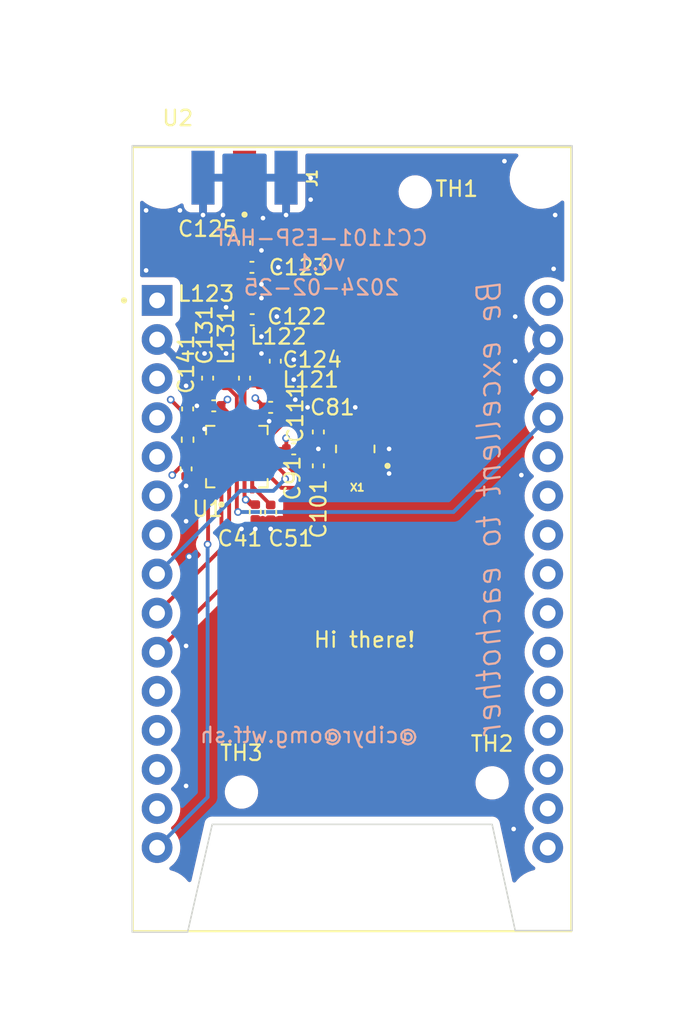
<source format=kicad_pcb>
(kicad_pcb (version 20211014) (generator pcbnew)
  (layers (0 "F.Cu" signal) (1 "In1.Cu" signal) (2 "In2.Cu" signal) (31 "B.Cu" signal) (34 "B.Paste" user) (35 "F.Paste" user) (36 "B.SilkS" user "B.Silkscreen") (37 "F.SilkS" user "F.Silkscreen") (38 "B.Mask" user) (39 "F.Mask" user) (44 "Edge.Cuts" user))
  (net 0 "")
  (net 1 "VDD")
  (net 2 "GND")
  (net 3 "Net-(C51-Pad2)")
  (net 4 "Net-(U1-Pad10)")
  (net 5 "Net-(U1-Pad12)")
  (net 6 "Net-(L131-Pad2)")
  (net 7 "Net-(L122-Pad2)")
  (net 8 "Net-(L123-Pad2)")
  (net 9 "Net-(L121-Pad2)")
  (net 10 "Net-(C125-Pad2)")
  (net 11 "Net-(U1-Pad13)")
  (net 12 "Net-(U1-Pad17)")
  (net 13 "/GDO0")
  (net 14 "/CSN")
  (net 15 "/MOSI")
  (net 16 "/SCK")
  (net 17 "/MISO")
  (net 18 "/GDO2")
  (net 40 "Net-(U1-Pad8)")
  (net 41 "unconnected-(X1-Pad2)")
  (footprint "Capacitor_SMD:C_0402_1005Metric" (layer "F.Cu") (at 123.1 95.6)
    (fp_text reference "C91" (at -0.08 1.9 90) (layer "F.SilkS"))
    (fp_text value "10 nF")
    (fp_line (start -0.107836 0.36) (end 0.107836 0.36) (layer "F.SilkS") (width 0.12))
    (fp_line (start -0.107836 -0.36) (end 0.107836 -0.36) (layer "F.SilkS") (width 0.12))
    (pad "1" smd roundrect (at -0.48 0) (size 0.56 0.62) (layers "F.Cu" "F.Paste" "F.Mask") (net 1 "VDD"))
    (pad "2" smd roundrect (at 0.48 0) (size 0.56 0.62) (layers "F.Cu" "F.Paste" "F.Mask") (net 2 "GND"))
  )
  (footprint "Inductor_SMD:L_0402_1005Metric" (layer "F.Cu") (at 119.9 88.9 90)
    (fp_text reference "L122" (at 0.6 2.2 180) (layer "F.SilkS"))
    (fp_text value "18 nH")
    (pad "1" smd roundrect (at -0.485 0 90) (size 0.59 0.64) (layers "F.Cu" "F.Paste" "F.Mask") (net 6 "Net-(L131-Pad2)"))
    (pad "2" smd roundrect (at 0.485 0 90) (size 0.59 0.64) (layers "F.Cu" "F.Paste" "F.Mask") (net 7 "Net-(L122-Pad2)"))
  )
  (footprint "Capacitor_SMD:C_0402_1005Metric" (layer "F.Cu") (at 120.38 83.8)
    (fp_text reference "C123" (at 3.02 0) (layer "F.SilkS"))
    (fp_text value "6.8 pF")
    (fp_line (start -0.107836 -0.36) (end 0.107836 -0.36) (layer "F.SilkS") (width 0.12))
    (fp_line (start -0.107836 0.36) (end 0.107836 0.36) (layer "F.SilkS") (width 0.12))
    (pad "1" smd roundrect (at -0.48 0) (size 0.56 0.62) (layers "F.Cu" "F.Paste" "F.Mask") (net 8 "Net-(L123-Pad2)"))
    (pad "2" smd roundrect (at 0.48 0) (size 0.56 0.62) (layers "F.Cu" "F.Paste" "F.Mask") (net 2 "GND"))
  )
  (footprint "Capacitor_SMD:C_0402_1005Metric" (layer "F.Cu") (at 117.5 91 -90)
    (fp_text reference "C131" (at -2.8 0.2 90) (layer "F.SilkS"))
    (fp_text value "6.8 pF")
    (fp_line (start -0.107836 0.36) (end 0.107836 0.36) (layer "F.SilkS") (width 0.12))
    (fp_line (start -0.107836 -0.36) (end 0.107836 -0.36) (layer "F.SilkS") (width 0.12))
    (pad "1" smd roundrect (at -0.48 0 270) (size 0.56 0.62) (layers "F.Cu" "F.Paste" "F.Mask") (net 2 "GND"))
    (pad "2" smd roundrect (at 0.48 0 270) (size 0.56 0.62) (layers "F.Cu" "F.Paste" "F.Mask") (net 11 "Net-(U1-Pad13)"))
  )
  (footprint "footprints:JLCPCB tooling hole" (layer "F.Cu") (at 136 117.3)
    (fp_text reference "TH2" (at 0 -2.54 unlocked) (layer "F.SilkS"))
    (fp_text value "JLCPCB tooling hole")
    (pad "" np_thru_hole circle (at 0 0) (size 1.152 1.152) (drill 1.152) (layers F&B.Cu *.Mask))
  )
  (footprint "pfootprints:MODULE_ESP32_DEVKIT_V1" (layer "F.Cu") (at 126.915 101.465)
    (fp_text reference "U2" (at -11.355 -27.36) (layer "F.SilkS"))
    (fp_text value "ESP32-DEVKIT-V1")
    (fp_line (start 3.5 -25.475) (end 14.23 -25.475) (layer "F.SilkS") (width 0.127))
    (fp_line (start -14.28 -25.475) (end -3.211 -25.475) (layer "F.SilkS") (width 0.127))
    (fp_line (start -14.28 25.475) (end -8.91 25.475) (layer "F.SilkS") (width 0.127))
    (fp_line (start 14.23 -25.475) (end 14.23 25.475) (layer "F.SilkS") (width 0.127))
    (fp_line (start 14.23 -25.475) (end 14.23 25.475) (layer "F.SilkS") (width 0.127))
    (fp_line (start 14.23 25.475) (end -14.28 25.475) (layer "F.SilkS") (width 0.127))
    (fp_line (start -14.28 -25.475) (end 14.23 -25.475) (layer "F.SilkS") (width 0.127))
    (fp_line (start 8.78 25.475) (end 14.23 25.475) (layer "F.SilkS") (width 0.127))
    (fp_line (start -14.28 25.475) (end -14.28 -25.475) (layer "F.SilkS") (width 0.127))
    (fp_line (start -3.211 -25.475) (end 3.5 -25.475) (layer "F.SilkS") (width 0.127))
    (fp_line (start -14.28 25.475) (end -14.28 -25.475) (layer "F.SilkS") (width 0.127))
    (fp_line (start -8.91 25.475) (end 8.78 25.475) (layer "F.SilkS") (width 0.127))
    (fp_circle (center -14.85 -15.515) (end -14.75 -15.515) (layer "F.SilkS") (width 0.2) (fill none))
    (pad "" np_thru_hole circle locked (at -12.28 -23.475) (size 3 3) (drill 3) (layers *.Cu *.Mask))
    (pad "" np_thru_hole circle locked (at 12.23 23.475) (size 3 3) (drill 3) (layers *.Cu *.Mask))
    (pad "" np_thru_hole circle locked (at -12.28 23.475) (size 3 3) (drill 3) (layers *.Cu *.Mask))
    (pad "" np_thru_hole circle locked (at 12.23 -23.475) (size 3 3) (drill 3) (layers *.Cu *.Mask))
    (pad "1" thru_hole rect locked (at -12.7 -15.515) (size 2 2) (drill 1.02) (layers *.Cu *.Mask) (net 1 "VDD"))
    (pad "2" thru_hole circle locked (at -12.7 -12.975) (size 2 2) (drill 1.02) (layers *.Cu *.Mask) (net 2 "GND"))
    (pad "3" thru_hole circle locked (at -12.7 -10.435) (size 2 2) (drill 1.02) (layers *.Cu *.Mask))
    (pad "4" thru_hole circle locked (at -12.7 -7.895) (size 2 2) (drill 1.02) (layers *.Cu *.Mask))
    (pad "5" thru_hole circle locked (at -12.7 -5.355) (size 2 2) (drill 1.02) (layers *.Cu *.Mask))
    (pad "6" thru_hole circle locked (at -12.7 -2.815) (size 2 2) (drill 1.02) (layers *.Cu *.Mask))
    (pad "7" thru_hole circle locked (at -12.7 -0.275) (size 2 2) (drill 1.02) (layers *.Cu *.Mask))
    (pad "8" thru_hole circle locked (at -12.7 2.265) (size 2 2) (drill 1.02) (layers *.Cu *.Mask) (net 14 "/CSN"))
    (pad "9" thru_hole circle locked (at -12.7 4.805) (size 2 2) (drill 1.02) (layers *.Cu *.Mask) (net 16 "/SCK"))
    (pad "10" thru_hole circle locked (at -12.7 7.345) (size 2 2) (drill 1.02) (layers *.Cu *.Mask) (net 17 "/MISO"))
    (pad "11" thru_hole circle locked (at -12.7 9.885) (size 2 2) (drill 1.02) (layers *.Cu *.Mask))
    (pad "12" thru_hole circle locked (at -12.7 12.425) (size 2 2) (drill 1.02) (layers *.Cu *.Mask))
    (pad "13" thru_hole circle locked (at -12.7 14.965) (size 2 2) (drill 1.02) (layers *.Cu *.Mask))
    (pad "14" thru_hole circle locked (at -12.7 17.505) (size 2 2) (drill 1.02) (layers *.Cu *.Mask))
    (pad "15" thru_hole circle locked (at -12.7 20.045) (size 2 2) (drill 1.02) (layers *.Cu *.Mask) (net 15 "/MOSI"))
    (pad "16" thru_hole circle locked (at 12.7 20.045) (size 2 2) (drill 1.02) (layers *.Cu *.Mask))
    (pad "17" thru_hole circle locked (at 12.7 17.505) (size 2 2) (drill 1.02) (layers *.Cu *.Mask))
    (pad "18" thru_hole circle locked (at 12.7 14.965) (size 2 2) (drill 1.02) (layers *.Cu *.Mask))
    (pad "19" thru_hole circle locked (at 12.7 12.425) (size 2 2) (drill 1.02) (layers *.Cu *.Mask))
    (pad "20" thru_hole circle locked (at 12.7 9.885) (size 2 2) (drill 1.02) (layers *.Cu *.Mask))
    (pad "21" thru_hole circle locked (at 12.7 7.345) (size 2 2) (drill 1.02) (layers *.Cu *.Mask))
    (pad "22" thru_hole circle locked (at 12.7 4.805) (size 2 2) (drill 1.02) (layers *.Cu *.Mask))
    (pad "23" thru_hole circle locked (at 12.7 2.265) (size 2 2) (drill 1.02) (layers *.Cu *.Mask))
    (pad "24" thru_hole circle locked (at 12.7 -0.275) (size 2 2) (drill 1.02) (layers *.Cu *.Mask))
    (pad "25" thru_hole circle locked (at 12.7 -2.815) (size 2 2) (drill 1.02) (layers *.Cu *.Mask))
    (pad "26" thru_hole circle locked (at 12.7 -5.355) (size 2 2) (drill 1.02) (layers *.Cu *.Mask))
    (pad "27" thru_hole circle locked (at 12.7 -7.895) (size 2 2) (drill 1.02) (layers *.Cu *.Mask) (net 18 "/GDO2"))
    (pad "28" thru_hole circle locked (at 12.7 -10.435) (size 2 2) (drill 1.02) (layers *.Cu *.Mask) (net 13 "/GDO0"))
    (pad "29" thru_hole circle locked (at 12.7 -12.975) (size 2 2) (drill 1.02) (layers *.Cu *.Mask) (net 2 "GND"))
    (pad "30" thru_hole circle locked (at 12.7 -15.515) (size 2 2) (drill 1.02) (layers *.Cu *.Mask))
    (zone (net 0) (net_name "") (layer "F.Cu") (connect_pads (clearance 0)) (min_thickness 0.01)
      (keepout (tracks not_allowed) (vias not_allowed) (pads not_allowed) (copperpour not_allowed) (footprints allowed))
      (fill (thermal_gap 0.508) (thermal_bridge_width 0.508))
      (polygon (pts (xy 118.005 120.45) (xy 135.695 120.45) (xy 135.695 126.94) (xy 118.005 126.94)))
    )
    (zone (net 0) (net_name "") (layer "B.Cu") (connect_pads (clearance 0)) (min_thickness 0.01)
      (keepout (tracks not_allowed) (vias not_allowed) (pads not_allowed) (copperpour not_allowed) (footprints allowed))
      (fill (thermal_gap 0.508) (thermal_bridge_width 0.508))
      (polygon (pts (xy 118.005 120.45) (xy 135.695 120.45) (xy 135.695 126.94) (xy 118.005 126.94)))
    )
  )
  (footprint "Resistor_SMD:R_0402_1005Metric" (layer "F.Cu") (at 116.2 95 -90)
    (fp_text reference "R171" hide)
    (fp_text value "58 kOhm")
    (fp_line (start -0.153641 -0.38) (end 0.153641 -0.38) (layer "F.SilkS") (width 0.12))
    (fp_line (start -0.153641 0.38) (end 0.153641 0.38) (layer "F.SilkS") (width 0.12))
    (pad "1" smd roundrect (at -0.51 0 270) (size 0.54 0.64) (layers "F.Cu" "F.Paste" "F.Mask") (net 2 "GND"))
    (pad "2" smd roundrect (at 0.51 0 270) (size 0.54 0.64) (layers "F.Cu" "F.Paste" "F.Mask") (net 12 "Net-(U1-Pad17)"))
  )
  (footprint "Capacitor_SMD:C_0402_1005Metric" (layer "F.Cu") (at 121.9 89.9 90)
    (fp_text reference "C124" (at 0.1 2.4 180) (layer "F.SilkS"))
    (fp_text value "220 pF")
    (fp_line (start -0.107836 -0.36) (end 0.107836 -0.36) (layer "F.SilkS") (width 0.12))
    (fp_line (start -0.107836 0.36) (end 0.107836 0.36) (layer "F.SilkS") (width 0.12))
    (pad "1" smd roundrect (at -0.48 0 90) (size 0.56 0.62) (layers "F.Cu" "F.Paste" "F.Mask") (net 9 "Net-(L121-Pad2)"))
    (pad "2" smd roundrect (at 0.48 0 90) (size 0.56 0.62) (layers "F.Cu" "F.Paste" "F.Mask") (net 2 "GND"))
  )
  (footprint "Capacitor_SMD:C_0402_1005Metric" (layer "F.Cu") (at 121.6 92.9)
    (fp_text reference "C111" (at 1.6 0.4 270) (layer "F.SilkS"))
    (fp_text value "220 pF")
    (fp_line (start -0.107836 -0.36) (end 0.107836 -0.36) (layer "F.SilkS") (width 0.12))
    (fp_line (start -0.107836 0.36) (end 0.107836 0.36) (layer "F.SilkS") (width 0.12))
    (pad "1" smd roundrect (at -0.48 0) (size 0.56 0.62) (layers "F.Cu" "F.Paste" "F.Mask") (net 1 "VDD"))
    (pad "2" smd roundrect (at 0.48 0) (size 0.56 0.62) (layers "F.Cu" "F.Paste" "F.Mask") (net 2 "GND"))
  )
  (footprint "footprints:OSCCC320X250X90N" (layer "F.Cu") (at 127.1 95.6 180)
    (fp_text reference "X1" (at -0.131 -2.5098) (layer "F.SilkS") (effects (font (size 0.48 0.48))))
    (fp_text value "NX3225GA-26MHZ-TI")
    (fp_line (start 1.25 -0.225) (end 1.25 0.225) (layer "F.SilkS") (width 0.127))
    (fp_line (start -1.25 -0.225) (end -1.25 0.225) (layer "F.SilkS") (width 0.127))
    (fp_circle (center -2.1 -1.1) (end -2 -1.1) (layer "F.SilkS") (width 0.2) (fill none))
    (pad "1" smd rect locked (at -0.85 -1.15 180) (size 1.11 1.21) (layers "F.Cu" "F.Paste" "F.Mask") (net 40 "Net-(U1-Pad8)"))
    (pad "2" smd rect locked (at -0.85 1.15 180) (size 1.11 1.21) (layers "F.Cu" "F.Paste" "F.Mask") (net 41 "unconnected-(X1-Pad2)"))
    (pad "3" smd rect locked (at 0.85 1.15 180) (size 1.11 1.21) (layers "F.Cu" "F.Paste" "F.Mask") (net 4 "Net-(U1-Pad10)"))
    (pad "4" smd rect locked (at 0.85 -1.15 180) (size 1.11 1.21) (layers "F.Cu" "F.Paste" "F.Mask") (net 41 "unconnected-(X1-Pad2)"))
  )
  (footprint "Capacitor_SMD:C_0402_1005Metric" (layer "F.Cu") (at 116.2 93 90)
    (fp_text reference "C141" (at 2.9 -0.1 90) (layer "F.SilkS"))
    (fp_text value "10 nF")
    (fp_line (start -0.107836 -0.36) (end 0.107836 -0.36) (layer "F.SilkS") (width 0.12))
    (fp_line (start -0.107836 0.36) (end 0.107836 0.36) (layer "F.SilkS") (width 0.12))
    (pad "1" smd roundrect (at -0.48 0 90) (size 0.56 0.62) (layers "F.Cu" "F.Paste" "F.Mask") (net 1 "VDD"))
    (pad "2" smd roundrect (at 0.48 0 90) (size 0.56 0.62) (layers "F.Cu" "F.Paste" "F.Mask") (net 2 "GND"))
  )
  (footprint "Capacitor_SMD:C_0402_1005Metric" (layer "F.Cu") (at 121.6 99.72 90)
    (fp_text reference "C51" (at -1.7 1.3 180) (layer "F.SilkS"))
    (fp_text value "100 nF")
    (fp_line (start -0.107836 -0.36) (end 0.107836 -0.36) (layer "F.SilkS") (width 0.12))
    (fp_line (start -0.107836 0.36) (end 0.107836 0.36) (layer "F.SilkS") (width 0.12))
    (pad "1" smd roundrect (at -0.48 0 90) (size 0.56 0.62) (layers "F.Cu" "F.Paste" "F.Mask") (net 2 "GND"))
    (pad "2" smd roundrect (at 0.48 0 90) (size 0.56 0.62) (layers "F.Cu" "F.Paste" "F.Mask") (net 3 "Net-(C51-Pad2)"))
  )
  (footprint "Inductor_SMD:L_0402_1005Metric" (layer "F.Cu") (at 121.4 91.4)
    (fp_text reference "L121" (at 2.8 -0.3) (layer "F.SilkS"))
    (fp_text value "33 nH")
    (pad "1" smd roundrect (at -0.485 0) (size 0.59 0.64) (layers "F.Cu" "F.Paste" "F.Mask") (net 5 "Net-(U1-Pad12)"))
    (pad "2" smd roundrect (at 0.485 0) (size 0.59 0.64) (layers "F.Cu" "F.Paste" "F.Mask") (net 9 "Net-(L121-Pad2)"))
  )
  (footprint "Capacitor_SMD:C_0402_1005Metric" (layer "F.Cu") (at 124.7 96.7 90)
    (fp_text reference "C101" (at -2.8 0.01 90) (layer "F.SilkS"))
    (fp_text value "27 pF")
    (fp_line (start -0.107836 -0.36) (end 0.107836 -0.36) (layer "F.SilkS") (width 0.12))
    (fp_line (start -0.107836 0.36) (end 0.107836 0.36) (layer "F.SilkS") (width 0.12))
    (pad "1" smd roundrect (at -0.48 0 90) (size 0.56 0.62) (layers "F.Cu" "F.Paste" "F.Mask") (net 40 "Net-(U1-Pad8)"))
    (pad "2" smd roundrect (at 0.48 0 90) (size 0.56 0.62) (layers "F.Cu" "F.Paste" "F.Mask") (net 2 "GND"))
  )
  (footprint "footprints:JLCPCB tooling hole" (layer "F.Cu") (at 119.7 117.9)
    (fp_text reference "TH3" (at 0 -2.54 unlocked) (layer "F.SilkS"))
    (fp_text value "JLCPCB tooling hole")
    (pad "" np_thru_hole circle (at 0 0) (size 1.152 1.152) (drill 1.152) (layers F&B.Cu *.Mask))
  )
  (footprint "Capacitor_SMD:C_0402_1005Metric" (layer "F.Cu") (at 119.9 82.2 90)
    (fp_text reference "C125" (at 0.9 -2.4 180) (layer "F.SilkS"))
    (fp_text value "220 pF")
    (fp_line (start -0.107836 0.36) (end 0.107836 0.36) (layer "F.SilkS") (width 0.12))
    (fp_line (start -0.107836 -0.36) (end 0.107836 -0.36) (layer "F.SilkS") (width 0.12))
    (pad "1" smd roundrect (at -0.48 0 90) (size 0.56 0.62) (layers "F.Cu" "F.Paste" "F.Mask") (net 8 "Net-(L123-Pad2)"))
    (pad "2" smd roundrect (at 0.48 0 90) (size 0.56 0.62) (layers "F.Cu" "F.Paste" "F.Mask") (net 10 "Net-(C125-Pad2)"))
  )
  (footprint "Inductor_SMD:L_0402_1005Metric" (layer "F.Cu") (at 119.9 85.515 90)
    (fp_text reference "L123" (at 0 -2.5 180) (layer "F.SilkS"))
    (fp_text value "33 nH")
    (pad "1" smd roundrect (at -0.485 0 90) (size 0.59 0.64) (layers "F.Cu" "F.Paste" "F.Mask") (net 7 "Net-(L122-Pad2)"))
    (pad "2" smd roundrect (at 0.485 0 90) (size 0.59 0.64) (layers "F.Cu" "F.Paste" "F.Mask") (net 8 "Net-(L123-Pad2)"))
  )
  (footprint "footprints:QFN50P400X400X100-21N" (layer "F.Cu") (at 119.4 96.1 90)
    (fp_text reference "U1" (at -3.4 -1.9 180) (layer "F.SilkS"))
    (fp_text value "CC1101RGPR")
    (fp_line (start -2 2) (end -1.45 2) (layer "F.SilkS") (width 0.127))
    (fp_line (start -2 -2) (end -1.45 -2) (layer "F.SilkS") (width 0.127))
    (fp_line (start 2 2) (end 2 1.45) (layer "F.SilkS") (width 0.127))
    (fp_line (start -2 2) (end -2 1.45) (layer "F.SilkS") (width 0.127))
    (fp_line (start 2 -2) (end 2 -1.45) (layer "F.SilkS") (width 0.127))
    (fp_line (start 2 -2) (end 1.45 -2) (layer "F.SilkS") (width 0.127))
    (fp_line (start -2 -2) (end -2 -1.45) (layer "F.SilkS") (width 0.127))
    (fp_line (start 2 2) (end 1.45 2) (layer "F.SilkS") (width 0.127))
    (fp_circle (center -3.11 -1) (end -3.01 -1) (layer "F.SilkS") (width 0.2) (fill none))
    (pad "1" smd roundrect locked (at -1.87 -1 90) (size 1.04 0.26) (layers "F.Cu" "F.Paste" "F.Mask") (roundrect_rratio 0.03) (net 16 "/SCK"))
    (pad "2" smd roundrect locked (at -1.87 -0.5 90) (size 1.04 0.26) (layers "F.Cu" "F.Paste" "F.Mask") (roundrect_rratio 0.03) (net 17 "/MISO"))
    (pad "3" smd roundrect locked (at -1.87 0 90) (size 1.04 0.26) (layers "F.Cu" "F.Paste" "F.Mask") (roundrect_rratio 0.03) (net 18 "/GDO2"))
    (pad "4" smd roundrect locked (at -1.87 0.5 90) (size 1.04 0.26) (layers "F.Cu" "F.Paste" "F.Mask") (roundrect_rratio 0.03) (net 1 "VDD"))
    (pad "5" smd roundrect locked (at -1.87 1 90) (size 1.04 0.26) (layers "F.Cu" "F.Paste" "F.Mask") (roundrect_rratio 0.03) (net 3 "Net-(C51-Pad2)"))
    (pad "6" smd roundrect locked (at -1 1.87 180) (size 1.04 0.26) (layers "F.Cu" "F.Paste" "F.Mask") (roundrect_rratio 0.03) (net 13 "/GDO0"))
    (pad "7" smd roundrect locked (at -0.5 1.87 180) (size 1.04 0.26) (layers "F.Cu" "F.Paste" "F.Mask") (roundrect_rratio 0.03) (net 14 "/CSN"))
    (pad "8" smd roundrect locked (at 0 1.87 180) (size 1.04 0.26) (layers "F.Cu" "F.Paste" "F.Mask") (roundrect_rratio 0.03) (net 40 "Net-(U1-Pad8)"))
    (pad "9" smd roundrect locked (at 0.5 1.87 180) (size 1.04 0.26) (layers "F.Cu" "F.Paste" "F.Mask") (roundrect_rratio 0.03) (net 1 "VDD"))
    (pad "10" smd roundrect locked (at 1 1.87 180) (size 1.04 0.26) (layers "F.Cu" "F.Paste" "F.Mask") (roundrect_rratio 0.03) (net 4 "Net-(U1-Pad10)"))
    (pad "11" smd roundrect locked (at 1.87 1 90) (size 1.04 0.26) (layers "F.Cu" "F.Paste" "F.Mask") (roundrect_rratio 0.03) (net 1 "VDD"))
    (pad "12" smd roundrect locked (at 1.87 0.5 90) (size 1.04 0.26) (layers "F.Cu" "F.Paste" "F.Mask") (roundrect_rratio 0.03) (net 5 "Net-(U1-Pad12)"))
    (pad "13" smd roundrect locked (at 1.87 0 90) (size 1.04 0.26) (layers "F.Cu" "F.Paste" "F.Mask") (roundrect_rratio 0.03) (net 11 "Net-(U1-Pad13)"))
    (pad "14" smd roundrect locked (at 1.87 -0.5 90) (size 1.04 0.26) (layers "F.Cu" "F.Paste" "F.Mask") (roundrect_rratio 0.03) (net 1 "VDD"))
    (pad "15" smd roundrect locked (at 1.87 -1 90) (size 1.04 0.26) (layers "F.Cu" "F.Paste" "F.Mask") (roundrect_rratio 0.03) (net 1 "VDD"))
    (pad "16" smd roundrect locked (at 1 -1.87 180) (size 1.04 0.26) (layers "F.Cu" "F.Paste" "F.Mask") (roundrect_rratio 0.03) (net 2 "GND"))
    (pad "17" smd roundrect locked (at 0.5 -1.87 180) (size 1.04 0.26) (layers "F.Cu" "F.Paste" "F.Mask") (roundrect_rratio 0.03) (net 12 "Net-(U1-Pad17)"))
    (pad "18" smd roundrect locked (at 0 -1.87 180) (size 1.04 0.26) (layers "F.Cu" "F.Paste" "F.Mask") (roundrect_rratio 0.03) (net 1 "VDD"))
    (pad "19" smd roundrect locked (at -0.5 -1.87 180) (size 1.04 0.26) (layers "F.Cu" "F.Paste" "F.Mask") (roundrect_rratio 0.03) (net 2 "GND"))
    (pad "20" smd roundrect locked (at -1 -1.87 180) (size 1.04 0.26) (layers "F.Cu" "F.Paste" "F.Mask") (roundrect_rratio 0.03) (net 15 "/MOSI"))
    (pad "21" smd rect locked (at 0 0 90) (size 2.4 2.4) (layers "F.Cu" "F.Mask") (net 2 "GND"))
  )
  (footprint "Capacitor_SMD:C_0402_1005Metric" (layer "F.Cu") (at 116.1 96.9 -90)
    (fp_text reference "C181" hide)
    (fp_text value "220 pF")
    (fp_line (start -0.107836 0.36) (end 0.107836 0.36) (layer "F.SilkS") (width 0.12))
    (fp_line (start -0.107836 -0.36) (end 0.107836 -0.36) (layer "F.SilkS") (width 0.12))
    (pad "1" smd roundrect (at -0.48 0 270) (size 0.56 0.62) (layers "F.Cu" "F.Paste" "F.Mask") (net 1 "VDD"))
    (pad "2" smd roundrect (at 0.48 0 270) (size 0.56 0.62) (layers "F.Cu" "F.Paste" "F.Mask") (net 2 "GND"))
  )
  (footprint "Capacitor_SMD:C_0402_1005Metric" (layer "F.Cu") (at 119.9 91 90)
    (fp_text reference "C121" hide)
    (fp_text value "6.8 pF")
    (fp_line (start -0.107836 -0.36) (end 0.107836 -0.36) (layer "F.SilkS") (width 0.12))
    (fp_line (start -0.107836 0.36) (end 0.107836 0.36) (layer "F.SilkS") (width 0.12))
    (pad "1" smd roundrect (at -0.48 0 90) (size 0.56 0.62) (layers "F.Cu" "F.Paste" "F.Mask") (net 5 "Net-(U1-Pad12)"))
    (pad "2" smd roundrect (at 0.48 0 90) (size 0.56 0.62) (layers "F.Cu" "F.Paste" "F.Mask") (net 6 "Net-(L131-Pad2)"))
  )
  (footprint "Inductor_SMD:L_0402_1005Metric" (layer "F.Cu") (at 118.7 91 90)
    (fp_text reference "L131" (at 2.7 0 90) (layer "F.SilkS"))
    (fp_text value "33 nH")
    (pad "1" smd roundrect (at -0.485 0 90) (size 0.59 0.64) (layers "F.Cu" "F.Paste" "F.Mask") (net 11 "Net-(U1-Pad13)"))
    (pad "2" smd roundrect (at 0.485 0 90) (size 0.59 0.64) (layers "F.Cu" "F.Paste" "F.Mask") (net 6 "Net-(L131-Pad2)"))
  )
  (footprint "Capacitor_SMD:C_0402_1005Metric" (layer "F.Cu") (at 120.6 99.7 -90)
    (fp_text reference "C41" (at 1.72 1 180) (layer "F.SilkS"))
    (fp_text value "100 nF")
    (fp_line (start -0.107836 -0.36) (end 0.107836 -0.36) (layer "F.SilkS") (width 0.12))
    (fp_line (start -0.107836 0.36) (end 0.107836 0.36) (layer "F.SilkS") (width 0.12))
    (pad "1" smd roundrect (at -0.48 0 270) (size 0.56 0.62) (layers "F.Cu" "F.Paste" "F.Mask") (net 1 "VDD"))
    (pad "2" smd roundrect (at 0.48 0 270) (size 0.56 0.62) (layers "F.Cu" "F.Paste" "F.Mask") (net 2 "GND"))
  )
  (footprint "footprints:RFSOLUTIONS_CON-SMA-EDGE-S" (layer "F.Cu") (at 119.9 77.9725 -90)
    (fp_text reference "J1" (at 0.032 -4.4064 90) (layer "F.SilkS") (effects (font (size 0.64 0.64))))
    (fp_text value "CON-SMA-EDGE-S")
    (fp_circle (center 2.4 0) (end 2.5 0) (layer "F.SilkS") (width 0.2) (fill none))
    (pad "1" smd rect locked (at 0 0 270) (size 3.5 1.5) (layers "F.Cu" "F.Paste" "F.Mask") (net 10 "Net-(C125-Pad2)"))
    (pad "G1" smd rect locked (at 0 -2.7 270) (size 3.5 1.5) (layers "F.Cu" "F.Paste" "F.Mask") (net 2 "GND"))
    (pad "G2" smd rect locked (at 0 2.7 270) (size 3.5 1.5) (layers "F.Cu" "F.Paste" "F.Mask") (net 2 "GND"))
    (pad "G3" smd rect locked (at 0 -2.7 270) (size 3.5 1.5) (layers "B.Cu" "B.Paste" "B.Mask") (net 2 "GND"))
    (pad "G4" smd rect locked (at 0 2.7 270) (size 3.5 1.5) (layers "B.Cu" "B.Paste" "B.Mask") (net 2 "GND"))
  )
  (footprint "Capacitor_SMD:C_0402_1005Metric" (layer "F.Cu") (at 120.4 87.2)
    (fp_text reference "C122" (at 2.9 -0.2) (layer "F.SilkS"))
    (fp_text value "12 pF")
    (fp_line (start -0.107836 -0.36) (end 0.107836 -0.36) (layer "F.SilkS") (width 0.12))
    (fp_line (start -0.107836 0.36) (end 0.107836 0.36) (layer "F.SilkS") (width 0.12))
    (pad "1" smd roundrect (at -0.48 0) (size 0.56 0.62) (layers "F.Cu" "F.Paste" "F.Mask") (net 7 "Net-(L122-Pad2)"))
    (pad "2" smd roundrect (at 0.48 0) (size 0.56 0.62) (layers "F.Cu" "F.Paste" "F.Mask") (net 2 "GND"))
  )
  (footprint "Capacitor_SMD:C_0402_1005Metric" (layer "F.Cu") (at 117.9 92.8 180)
    (fp_text reference "C151" hide)
    (fp_text value "220 pF")
    (fp_line (start -0.107836 0.36) (end 0.107836 0.36) (layer "F.SilkS") (width 0.12))
    (fp_line (start -0.107836 -0.36) (end 0.107836 -0.36) (layer "F.SilkS") (width 0.12))
    (pad "1" smd roundrect (at -0.48 0 180) (size 0.56 0.62) (layers "F.Cu" "F.Paste" "F.Mask") (net 1 "VDD"))
    (pad "2" smd roundrect (at 0.48 0 180) (size 0.56 0.62) (layers "F.Cu" "F.Paste" "F.Mask") (net 2 "GND"))
  )
  (footprint "footprints:JLCPCB tooling hole" (layer "F.Cu") (at 131 78.9)
    (fp_text reference "TH1" (at 2.7 -0.2 unlocked) (layer "F.SilkS"))
    (fp_text value "JLCPCB tooling hole")
    (pad "" np_thru_hole circle (at 0 0) (size 1.152 1.152) (drill 1.152) (layers F&B.Cu *.Mask))
  )
  (footprint "Capacitor_SMD:C_0402_1005Metric" (layer "F.Cu") (at 124.7 94.5 90)
    (fp_text reference "C81" (at 1.6 0.91 180) (layer "F.SilkS"))
    (fp_text value "27 pF")
    (fp_line (start -0.107836 -0.36) (end 0.107836 -0.36) (layer "F.SilkS") (width 0.12))
    (fp_line (start -0.107836 0.36) (end 0.107836 0.36) (layer "F.SilkS") (width 0.12))
    (pad "1" smd roundrect (at -0.48 0 90) (size 0.56 0.62) (layers "F.Cu" "F.Paste" "F.Mask") (net 2 "GND"))
    (pad "2" smd roundrect (at 0.48 0 90) (size 0.56 0.62) (layers "F.Cu" "F.Paste" "F.Mask") (net 4 "Net-(U1-Pad10)"))
  )
  (gr_poly (pts (xy 141.2 126.9) (xy 137.5 126.9) (xy 136 120) (xy 117.8 120) (xy 116.2 127) (xy 112.6 127) (xy 112.6 75.9) (xy 141.2 75.9)) (layer "Edge.Cuts") (width 0.1) (fill none))
  (gr_text "@cibyr@omg.wtf.sh" (at 124.1 114.2) (layer "B.SilkS") (effects (font (size 1 1)) (justify mirror)))
  (gr_text "CC1101-ESP-HAT\nv0.1\n2024-02-25" (at 124.9 83.5) (layer "B.SilkS") (effects (font (size 1 1)) (justify mirror)))
  (gr_text "Be excellent to eachother" (at 135.8 99.4 90) (layer "B.SilkS") (effects (font (size 1.5 1.5) (thickness 0.15) italic) (justify mirror)))
  (gr_text "Hi there!" (at 127.7 108) (layer "F.SilkS") (effects (font (size 1 1))))
  (segment (start 121.27 95.6) (end 122.62 95.6) (width 0.25) (layer "F.Cu") (net 1))
  (segment (start 116.18 93.48) (end 115.1 92.4) (width 0.25) (layer "F.Cu") (net 1))
  (segment (start 118.9 93.32) (end 118.38 92.8) (width 0.25) (layer "F.Cu") (net 1))
  (segment (start 116.259859 96.42) (end 116.579859 96.1) (width 0.25) (layer "F.Cu") (net 1))
  (segment (start 118.4 94.23) (end 117.65 93.48) (width 0.25) (layer "F.Cu") (net 1))
  (segment (start 116.08 96.42) (end 115.2 97.3) (width 0.25) (layer "F.Cu") (net 1))
  (segment (start 121.02 92.72) (end 120.6 92.3) (width 0.25) (layer "F.Cu") (net 1))
  (segment (start 120.4 94.23) (end 120.4 93.62) (width 0.25) (layer "F.Cu") (net 1))
  (segment (start 120.2945 99.22) (end 119.9745 98.9) (width 0.25) (layer "F.Cu") (net 1))
  (segment (start 120.4 93.62) (end 121.12 92.9) (width 0.25) (layer "F.Cu") (net 1))
  (segment (start 117.53 96.1) (end 116.579859 96.1) (width 0.25) (layer "F.Cu") (net 1))
  (segment (start 120.454669 99.22) (end 119.9 98.665331) (width 0.25) (layer "F.Cu") (net 1))
  (segment (start 122.62 95.6) (end 122.62 94.92) (width 0.25) (layer "F.Cu") (net 1))
  (segment (start 117.65 93.48) (end 116.2 93.48) (width 0.25) (layer "F.Cu") (net 1))
  (segment (start 118.38 92.797714) (end 118.790124 92.38759) (width 0.25) (layer "F.Cu") (net 1))
  (segment (start 120.2945 99.22) (end 120.6 99.22) (width 0.25) (layer "F.Cu") (net 1))
  (segment (start 119.9 98.665331) (end 119.9 97.97) (width 0.25) (layer "F.Cu") (net 1))
  (segment (start 122.62 94.92) (end 122.6 94.9) (width 0.25) (layer "F.Cu") (net 1))
  (segment (start 118.9 94.23) (end 118.9 93.32) (width 0.25) (layer "F.Cu") (net 1))
  (via (at 120.6 92.3) (size 0.5) (drill 0.3) (layers "F.Cu" "B.Cu") (net 1))
  (via (at 118.790124 92.38759) (size 0.5) (drill 0.3) (layers "F.Cu" "B.Cu") (net 1))
  (via (at 122.6 94.9) (size 0.5) (drill 0.3) (layers "F.Cu" "B.Cu") (net 1))
  (via (at 119.9745 98.9) (size 0.5) (drill 0.3) (layers "F.Cu" "B.Cu") (net 1))
  (via (at 115.1 92.4) (size 0.5) (drill 0.3) (layers "F.Cu" "B.Cu") (net 1))
  (via (at 115.2 97.3) (size 0.5) (drill 0.3) (layers "F.Cu" "B.Cu") (net 1))
  (segment (start 116.39 94.3) (end 116.2 94.49) (width 0.25) (layer "F.Cu") (net 2))
  (segment (start 124.7 94.98) (end 124.7 95.6) (width 0.25) (layer "F.Cu") (net 2))
  (segment (start 117.53 96.6) (end 116.88693 96.6) (width 0.25) (layer "F.Cu") (net 2))
  (segment (start 116.48 92.8) (end 116.2 92.52) (width 0.25) (layer "F.Cu") (net 2))
  (segment (start 117.53 95.1) (end 118.4 95.1) (width 0.25) (layer "F.Cu") (net 2))
  (segment (start 117.53 94.53) (end 117.3 94.3) (width 0.25) (layer "F.Cu") (net 2))
  (segment (start 123.58 95.6) (end 124.7 95.6) (width 0.25) (layer "F.Cu") (net 2))
  (segment (start 124.7 95.6) (end 124.7 96.22) (width 0.25) (layer "F.Cu") (net 2))
  (segment (start 121.6 100.2) (end 120.62 100.2) (width 0.25) (layer "F.Cu") (net 2))
  (segment (start 116.8 92.8) (end 116.48 92.8) (width 0.25) (layer "F.Cu") (net 2))
  (segment (start 117.3 94.3) (end 116.39 94.3) (width 0.25) (layer "F.Cu") (net 2))
  (segment (start 117.53 95.1) (end 117.53 94.53) (width 0.25) (layer "F.Cu") (net 2))
  (segment (start 117.42 92.8) (end 116.8 92.8) (width 0.25) (layer "F.Cu") (net 2))
  (segment (start 117.53 96.6) (end 118.9 96.6) (width 0.25) (layer "F.Cu") (net 2))
  (segment (start 116.88693 96.6) (end 116.10693 97.38) (width 0.25) (layer "F.Cu") (net 2))
  (via (at 116.3 102.6) (size 0.5) (drill 0.3) (layers "F.Cu" "B.Cu") (net 2))
  (via (at 118.7 86.4) (size 0.5) (drill 0.3) (layers "F.Cu" "B.Cu") (net 2))
  (via (at 121 88.3) (size 0.5) (drill 0.3) (layers "F.Cu" "B.Cu") (net 2))
  (via (at 123.2 92.4) (size 0.5) (drill 0.3) (layers "F.Cu" "B.Cu") (net 2))
  (via (at 122 87) (size 0.5) (drill 0.3) (layers "F.Cu" "B.Cu") (net 2))
  (via (at 116.1 98) (size 0.5) (drill 0.3) (layers "F.Cu" "B.Cu") (net 2))
  (via (at 117.3 94.3) (size 0.5) (drill 0.3) (layers "F.Cu" "B.Cu") (net 2))
  (via (at 121 82.7) (size 0.5) (drill 0.3) (layers "F.Cu" "B.Cu") (net 2))
  (via (at 124.2 79.4) (size 0.5) (drill 0.3) (layers "F.Cu" "B.Cu") (net 2))
  (via (at 121.1 80.6) (size 0.5) (drill 0.3) (layers "F.Cu" "B.Cu") (net 2))
  (via (at 140.1 80.4) (size 0.5) (drill 0.3) (layers "F.Cu" "B.Cu") (net 2))
  (via (at 124.2 78) (size 0.5) (drill 0.3) (layers "F.Cu" "B.Cu") (net 2))
  (via (at 137.4 120.3) (size 0.5) (drill 0.3) (layers "F.Cu" "B.Cu") (net 2))
  (via (at 116.1 100.3) (size 0.5) (drill 0.3) (layers "F.Cu" "B.Cu") (net 2))
  (via (at 121 85.8) (size 0.5) (drill 0.3) (layers "F.Cu" "B.Cu") (net 2))
  (via (at 129.3 95.6) (size 0.5) (drill 0.3) (layers "F.Cu" "B.Cu") (net 2))
  (via (at 123.1 89.8) (size 0.5) (drill 0.3) (layers "F.Cu" "B.Cu") (net 2))
  (via (at 117.2 80.4) (size 0.5) (drill 0.3) (layers "F.Cu" "B.Cu") (net 2))
  (via (at 137.5 87) (size 0.5) (drill 0.3) (layers "F.Cu" "B.Cu") (net 2))
  (via (at 140 83.9) (size 0.5) (drill 0.3) (layers "F.Cu" "B.Cu") (net 2))
  (via (at 119.7 100.8) (size 0.5) (drill 0.3) (layers "F.Cu" "B.Cu") (net 2))
  (via (at 121 84.9) (size 0.5) (drill 0.3) (layers "F.Cu" "B.Cu") (net 2))
  (via (at 116.8 92.8) (size 0.5) (drill 0.3) (layers "F.Cu" "B.Cu") (net 2))
  (via (at 113.5 80.1) (size 0.5) (drill 0.3) (layers "F.Cu" "B.Cu") (net 2))
  (via (at 116.1 117.5) (size 0.5) (drill 0.3) (layers "F.Cu" "B.Cu") (net 2))
  (via (at 124.7 95.6) (size 0.5) (drill 0.3) (layers "F.Cu" "B.Cu") (net 2))
  (via (at 118.7 89.4) (size 0.5) (drill 0.3) (layers "F.Cu" "B.Cu") (net 2))
  (via (at 136.8 76.9) (size 0.5) (drill 0.3) (layers "F.Cu" "B.Cu") (net 2))
  (via (at 123.1 91.1) (size 0.5) (drill 0.3) (layers "F.Cu" "B.Cu") (net 2))
  (via (at 116.1 108.4) (size 0.5) (drill 0.3) (layers "F.Cu" "B.Cu") (net 2))
  (via (at 121 89.4) (size 0.5) (drill 0.3) (layers "F.Cu" "B.Cu") (net 2))
  (via (at 122.6 80.4) (size 0.5) (drill 0.3) (layers "F.Cu" "B.Cu") (net 2))
  (via (at 115.7 80.1) (size 0.5) (drill 0.3) (layers "F.Cu" "B.Cu") (net 2))
  (via (at 118.5 80.4) (size 0.5) (drill 0.3) (layers "F.Cu" "B.Cu") (net 2))
  (via (at 122.1 83.8) (size 0.5) (drill 0.3) (layers "F.Cu" "B.Cu") (net 2))
  (via (at 116.1 91.5) (size 0.5) (drill 0.3) (layers "F.Cu" "B.Cu") (net 2))
  (via (at 121.6 100.8) (size 0.5) (drill 0.3) (layers "F.Cu" "B.Cu") (net 2))
  (via (at 117.3 89.4) (size 0.5) (drill 0.3) (layers "F.Cu" "B.Cu") (net 2))
  (via (at 129.3 97.2) (size 0.5) (drill 0.3) (layers "F.Cu" "B.Cu") (net 2))
  (via (at 121.5 93.8) (size 0.5) (drill 0.3) (layers "F.Cu" "B.Cu") (net 2))
  (via (at 120.6 100.8) (size 0.5) (drill 0.3) (layers "F.Cu" "B.Cu") (net 2))
  (via (at 113.5 84) (size 0.5) (drill 0.3) (layers "F.Cu" "B.Cu") (net 2))
  (via (at 137.9 97.3) (size 0.5) (drill 0.3) (layers "F.Cu" "B.Cu") (net 2))
  (via (at 137.5 89.9) (size 0.5) (drill 0.3) (layers "F.Cu" "B.Cu") (net 2))
  (via (at 124 92.9) (size 0.5) (drill 0.3) (layers "F.Cu" "B.Cu") (net 2))
  (via (at 127.1 92.9) (size 0.5) (drill 0.3) (layers "F.Cu" "B.Cu") (net 2))
  (segment (start 117.3 94.3) (end 117.4 94.3) (width 0.25) (layer "B.Cu") (net 2))
  (segment (start 120.4 98.04) (end 121.6 99.24) (width 0.25) (layer "F.Cu") (net 3))
  (segment (start 122.35 94.02) (end 124.7 94.02) (width 0.25) (layer "F.Cu") (net 4))
  (segment (start 121.27 95.1) (end 122.35 94.02) (width 0.25) (layer "F.Cu") (net 4))
  (segment (start 124.7 94.02) (end 125.82 94.02) (width 0.25) (layer "F.Cu") (net 4))
  (segment (start 119.9 91.48) (end 119.9 94.23) (width 0.25) (layer "F.Cu") (net 5))
  (segment (start 119.9 91.48) (end 120.835 91.48) (width 0.25) (layer "F.Cu") (net 5))
  (segment (start 118.7 90.515) (end 119.895 90.515) (width 0.3493) (layer "F.Cu") (net 6))
  (segment (start 119.9 89.385) (end 119.9 90.52) (width 0.3493) (layer "F.Cu") (net 6))
  (segment (start 119.92 87.2) (end 119.92 88.395) (width 0.3493) (layer "F.Cu") (net 7))
  (segment (start 119.9 86) (end 119.9 87.18) (width 0.3493) (layer "F.Cu") (net 7))
  (segment (start 119.9 83.8) (end 119.9 85.03) (width 0.3493) (layer "F.Cu") (net 8))
  (segment (start 119.9 82.68) (end 119.9 83.8) (width 0.3493) (layer "F.Cu") (net 8))
  (segment (start 121.885 91.4) (end 121.885 90.395) (width 0.3493) (layer "F.Cu") (net 9))
  (segment (start 119.9 77.9725) (end 119.9 81.72) (width 0.3493) (layer "F.Cu") (net 10))
  (segment (start 119.4 92.185) (end 118.7 91.485) (width 0.25) (layer "F.Cu") (net 11))
  (segment (start 119.4 94.23) (end 119.4 92.185) (width 0.25) (layer "F.Cu") (net 11))
  (segment (start 118.7 91.485) (end 117.505 91.485) (width 0.25) (layer "F.Cu") (net 11))
  (segment (start 117.53 95.6) (end 116.29 95.6) (width 0.25) (layer "F.Cu") (net 12))
  (segment (start 132.515969 98.129031) (end 122.299031 98.129031) (width 0.25) (layer "F.Cu") (net 13))
  (segment (start 122.299031 98.129031) (end 121.27 97.1) (width 0.25) (layer "F.Cu") (net 13))
  (segment (start 139.615 91.03) (end 132.515969 98.129031) (width 0.25) (layer "F.Cu") (net 13))
  (segment (start 122.491233 97.216862) (end 122.491233 97.504531) (width 0.25) (layer "F.Cu") (net 14))
  (segment (start 121.874371 96.6) (end 122.491233 97.216862) (width 0.25) (layer "F.Cu") (net 14))
  (segment (start 121.27 96.6) (end 121.874371 96.6) (width 0.25) (layer "F.Cu") (net 14))
  (segment (start 122.491233 97.504531) (end 122.541233 97.554531) (width 0.25) (layer "F.Cu") (net 14))
  (via (at 122.541233 97.554531) (size 0.5) (drill 0.3) (layers "F.Cu" "B.Cu") (net 14))
  (segment (start 119.619511 98.325489) (end 114.215 103.73) (width 0.25) (layer "B.Cu") (net 14))
  (segment (start 121.770275 98.325489) (end 119.619511 98.325489) (width 0.25) (layer "B.Cu") (net 14))
  (segment (start 122.541233 97.554531) (end 121.770275 98.325489) (width 0.25) (layer "B.Cu") (net 14))
  (segment (start 117.53 97.1) (end 117.53 101.77) (width 0.25) (layer "F.Cu") (net 15))
  (segment (start 117.53 101.77) (end 117.5 101.8) (width 0.25) (layer "F.Cu") (net 15))
  (via (at 117.5 101.8) (size 0.5) (drill 0.3) (layers "F.Cu" "B.Cu") (net 15))
  (segment (start 117.5 101.8) (end 117.5 118.225) (width 0.25) (layer "B.Cu") (net 15))
  (segment (start 117.5 118.225) (end 114.215 121.51) (width 0.25) (layer "B.Cu") (net 15))
  (segment (start 118.4 97.97) (end 118.4 102.085) (width 0.25) (layer "F.Cu") (net 16))
  (segment (start 118.4 102.085) (end 114.215 106.27) (width 0.25) (layer "F.Cu") (net 16))
  (segment (start 118.9 97.97) (end 118.9 104.125) (width 0.25) (layer "F.Cu") (net 17))
  (segment (start 118.9 104.125) (end 114.215 108.81) (width 0.25) (layer "F.Cu") (net 17))
  (segment (start 119.4 99.6255) (end 119.4745 99.7) (width 0.25) (layer "F.Cu") (net 18))
  (segment (start 119.4 97.97) (end 119.4 99.6255) (width 0.25) (layer "F.Cu") (net 18))
  (via (at 119.4745 99.7) (size 0.5) (drill 0.3) (layers "F.Cu" "B.Cu") (net 18))
  (segment (start 119.4745 99.7) (end 133.485 99.7) (width 0.25) (layer "B.Cu") (net 18))
  (segment (start 133.485 99.7) (end 139.615 93.57) (width 0.25) (layer "B.Cu") (net 18))
  (segment (start 127.95 96.75) (end 127.020489 97.679511) (width 0.25) (layer "F.Cu") (net 40))
  (segment (start 123.090089 97.18) (end 124.7 97.18) (width 0.25) (layer "F.Cu") (net 40))
  (segment (start 125.199511 97.679511) (end 124.7 97.18) (width 0.25) (layer "F.Cu") (net 40))
  (segment (start 122.1 96.1) (end 121.27 96.1) (width 0.25) (layer "F.Cu") (net 40))
  (segment (start 122.1 96.1) (end 123.18 97.18) (width 0.25) (layer "F.Cu") (net 40))
  (segment (start 127.020489 97.679511) (end 125.199511 97.679511) (width 0.25) (layer "F.Cu") (net 40))
  (segment (start 126.25 96.75) (end 127.95 95.05) (width 0.25) (layer "F.Cu") (net 41))
  (segment (start 127.95 95.05) (end 127.95 94.45) (width 0.25) (layer "F.Cu") (net 41))
  (zone (net 2) (net_name "GND") (layers "F.Cu" "In1.Cu" "B.Cu") (name "GND") (priority 1) (connect_pads (clearance 0.508)) (min_thickness 0.254) (fill yes (thermal_gap 0.508) (thermal_bridge_width 0.508))
    (polygon (pts (xy 144.7 73.8) (xy 144.2 130) (xy 108.1 129.9) (xy 109.5 73.7)))
  )
)
</source>
